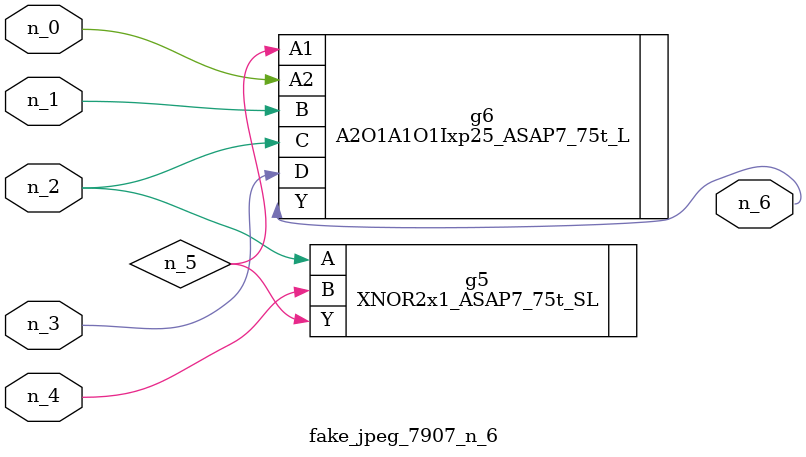
<source format=v>
module fake_jpeg_7907_n_6 (n_3, n_2, n_1, n_0, n_4, n_6);

input n_3;
input n_2;
input n_1;
input n_0;
input n_4;

output n_6;

wire n_5;

XNOR2x1_ASAP7_75t_SL g5 ( 
.A(n_2),
.B(n_4),
.Y(n_5)
);

A2O1A1O1Ixp25_ASAP7_75t_L g6 ( 
.A1(n_5),
.A2(n_0),
.B(n_1),
.C(n_2),
.D(n_3),
.Y(n_6)
);


endmodule
</source>
